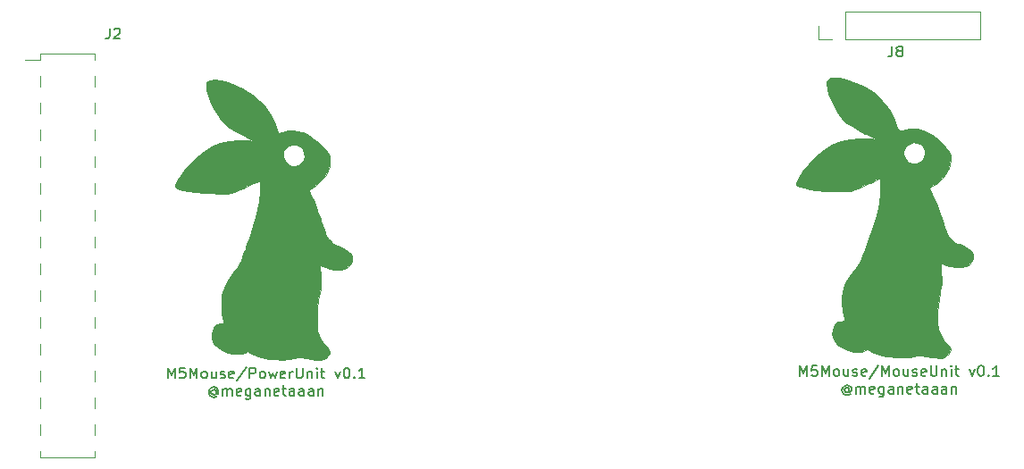
<source format=gbr>
%TF.GenerationSoftware,KiCad,Pcbnew,5.1.6-c6e7f7d~87~ubuntu18.04.1*%
%TF.CreationDate,2020-09-01T11:59:09+09:00*%
%TF.ProjectId,m5mouse,6d356d6f-7573-4652-9e6b-696361645f70,rev?*%
%TF.SameCoordinates,PX4c4b400PY8583b00*%
%TF.FileFunction,Legend,Top*%
%TF.FilePolarity,Positive*%
%FSLAX46Y46*%
G04 Gerber Fmt 4.6, Leading zero omitted, Abs format (unit mm)*
G04 Created by KiCad (PCBNEW 5.1.6-c6e7f7d~87~ubuntu18.04.1) date 2020-09-01 11:59:09*
%MOMM*%
%LPD*%
G01*
G04 APERTURE LIST*
%ADD10C,0.150000*%
%ADD11C,0.100000*%
%ADD12C,0.120000*%
G04 APERTURE END LIST*
D10*
X15690476Y13372620D02*
X15690476Y14372620D01*
X16023809Y13658334D01*
X16357142Y14372620D01*
X16357142Y13372620D01*
X17309523Y14372620D02*
X16833333Y14372620D01*
X16785714Y13896429D01*
X16833333Y13944048D01*
X16928571Y13991667D01*
X17166666Y13991667D01*
X17261904Y13944048D01*
X17309523Y13896429D01*
X17357142Y13801191D01*
X17357142Y13563096D01*
X17309523Y13467858D01*
X17261904Y13420239D01*
X17166666Y13372620D01*
X16928571Y13372620D01*
X16833333Y13420239D01*
X16785714Y13467858D01*
X17785714Y13372620D02*
X17785714Y14372620D01*
X18119047Y13658334D01*
X18452380Y14372620D01*
X18452380Y13372620D01*
X19071428Y13372620D02*
X18976190Y13420239D01*
X18928571Y13467858D01*
X18880952Y13563096D01*
X18880952Y13848810D01*
X18928571Y13944048D01*
X18976190Y13991667D01*
X19071428Y14039286D01*
X19214285Y14039286D01*
X19309523Y13991667D01*
X19357142Y13944048D01*
X19404761Y13848810D01*
X19404761Y13563096D01*
X19357142Y13467858D01*
X19309523Y13420239D01*
X19214285Y13372620D01*
X19071428Y13372620D01*
X20261904Y14039286D02*
X20261904Y13372620D01*
X19833333Y14039286D02*
X19833333Y13515477D01*
X19880952Y13420239D01*
X19976190Y13372620D01*
X20119047Y13372620D01*
X20214285Y13420239D01*
X20261904Y13467858D01*
X20690476Y13420239D02*
X20785714Y13372620D01*
X20976190Y13372620D01*
X21071428Y13420239D01*
X21119047Y13515477D01*
X21119047Y13563096D01*
X21071428Y13658334D01*
X20976190Y13705953D01*
X20833333Y13705953D01*
X20738095Y13753572D01*
X20690476Y13848810D01*
X20690476Y13896429D01*
X20738095Y13991667D01*
X20833333Y14039286D01*
X20976190Y14039286D01*
X21071428Y13991667D01*
X21928571Y13420239D02*
X21833333Y13372620D01*
X21642857Y13372620D01*
X21547619Y13420239D01*
X21500000Y13515477D01*
X21500000Y13896429D01*
X21547619Y13991667D01*
X21642857Y14039286D01*
X21833333Y14039286D01*
X21928571Y13991667D01*
X21976190Y13896429D01*
X21976190Y13801191D01*
X21500000Y13705953D01*
X23119047Y14420239D02*
X22261904Y13134524D01*
X23452380Y13372620D02*
X23452380Y14372620D01*
X23833333Y14372620D01*
X23928571Y14325000D01*
X23976190Y14277381D01*
X24023809Y14182143D01*
X24023809Y14039286D01*
X23976190Y13944048D01*
X23928571Y13896429D01*
X23833333Y13848810D01*
X23452380Y13848810D01*
X24595238Y13372620D02*
X24500000Y13420239D01*
X24452380Y13467858D01*
X24404761Y13563096D01*
X24404761Y13848810D01*
X24452380Y13944048D01*
X24500000Y13991667D01*
X24595238Y14039286D01*
X24738095Y14039286D01*
X24833333Y13991667D01*
X24880952Y13944048D01*
X24928571Y13848810D01*
X24928571Y13563096D01*
X24880952Y13467858D01*
X24833333Y13420239D01*
X24738095Y13372620D01*
X24595238Y13372620D01*
X25261904Y14039286D02*
X25452380Y13372620D01*
X25642857Y13848810D01*
X25833333Y13372620D01*
X26023809Y14039286D01*
X26785714Y13420239D02*
X26690476Y13372620D01*
X26500000Y13372620D01*
X26404761Y13420239D01*
X26357142Y13515477D01*
X26357142Y13896429D01*
X26404761Y13991667D01*
X26500000Y14039286D01*
X26690476Y14039286D01*
X26785714Y13991667D01*
X26833333Y13896429D01*
X26833333Y13801191D01*
X26357142Y13705953D01*
X27261904Y13372620D02*
X27261904Y14039286D01*
X27261904Y13848810D02*
X27309523Y13944048D01*
X27357142Y13991667D01*
X27452380Y14039286D01*
X27547619Y14039286D01*
X27880952Y14372620D02*
X27880952Y13563096D01*
X27928571Y13467858D01*
X27976190Y13420239D01*
X28071428Y13372620D01*
X28261904Y13372620D01*
X28357142Y13420239D01*
X28404761Y13467858D01*
X28452380Y13563096D01*
X28452380Y14372620D01*
X28928571Y14039286D02*
X28928571Y13372620D01*
X28928571Y13944048D02*
X28976190Y13991667D01*
X29071428Y14039286D01*
X29214285Y14039286D01*
X29309523Y13991667D01*
X29357142Y13896429D01*
X29357142Y13372620D01*
X29833333Y13372620D02*
X29833333Y14039286D01*
X29833333Y14372620D02*
X29785714Y14325000D01*
X29833333Y14277381D01*
X29880952Y14325000D01*
X29833333Y14372620D01*
X29833333Y14277381D01*
X30166666Y14039286D02*
X30547619Y14039286D01*
X30309523Y14372620D02*
X30309523Y13515477D01*
X30357142Y13420239D01*
X30452380Y13372620D01*
X30547619Y13372620D01*
X31547619Y14039286D02*
X31785714Y13372620D01*
X32023809Y14039286D01*
X32595238Y14372620D02*
X32690476Y14372620D01*
X32785714Y14325000D01*
X32833333Y14277381D01*
X32880952Y14182143D01*
X32928571Y13991667D01*
X32928571Y13753572D01*
X32880952Y13563096D01*
X32833333Y13467858D01*
X32785714Y13420239D01*
X32690476Y13372620D01*
X32595238Y13372620D01*
X32500000Y13420239D01*
X32452380Y13467858D01*
X32404761Y13563096D01*
X32357142Y13753572D01*
X32357142Y13991667D01*
X32404761Y14182143D01*
X32452380Y14277381D01*
X32500000Y14325000D01*
X32595238Y14372620D01*
X33357142Y13467858D02*
X33404761Y13420239D01*
X33357142Y13372620D01*
X33309523Y13420239D01*
X33357142Y13467858D01*
X33357142Y13372620D01*
X34357142Y13372620D02*
X33785714Y13372620D01*
X34071428Y13372620D02*
X34071428Y14372620D01*
X33976190Y14229762D01*
X33880952Y14134524D01*
X33785714Y14086905D01*
X20238095Y12198810D02*
X20190476Y12246429D01*
X20095238Y12294048D01*
X20000000Y12294048D01*
X19904761Y12246429D01*
X19857142Y12198810D01*
X19809523Y12103572D01*
X19809523Y12008334D01*
X19857142Y11913096D01*
X19904761Y11865477D01*
X20000000Y11817858D01*
X20095238Y11817858D01*
X20190476Y11865477D01*
X20238095Y11913096D01*
X20238095Y12294048D02*
X20238095Y11913096D01*
X20285714Y11865477D01*
X20333333Y11865477D01*
X20428571Y11913096D01*
X20476190Y12008334D01*
X20476190Y12246429D01*
X20380952Y12389286D01*
X20238095Y12484524D01*
X20047619Y12532143D01*
X19857142Y12484524D01*
X19714285Y12389286D01*
X19619047Y12246429D01*
X19571428Y12055953D01*
X19619047Y11865477D01*
X19714285Y11722620D01*
X19857142Y11627381D01*
X20047619Y11579762D01*
X20238095Y11627381D01*
X20380952Y11722620D01*
X20904761Y11722620D02*
X20904761Y12389286D01*
X20904761Y12294048D02*
X20952380Y12341667D01*
X21047619Y12389286D01*
X21190476Y12389286D01*
X21285714Y12341667D01*
X21333333Y12246429D01*
X21333333Y11722620D01*
X21333333Y12246429D02*
X21380952Y12341667D01*
X21476190Y12389286D01*
X21619047Y12389286D01*
X21714285Y12341667D01*
X21761904Y12246429D01*
X21761904Y11722620D01*
X22619047Y11770239D02*
X22523809Y11722620D01*
X22333333Y11722620D01*
X22238095Y11770239D01*
X22190476Y11865477D01*
X22190476Y12246429D01*
X22238095Y12341667D01*
X22333333Y12389286D01*
X22523809Y12389286D01*
X22619047Y12341667D01*
X22666666Y12246429D01*
X22666666Y12151191D01*
X22190476Y12055953D01*
X23523809Y12389286D02*
X23523809Y11579762D01*
X23476190Y11484524D01*
X23428571Y11436905D01*
X23333333Y11389286D01*
X23190476Y11389286D01*
X23095238Y11436905D01*
X23523809Y11770239D02*
X23428571Y11722620D01*
X23238095Y11722620D01*
X23142857Y11770239D01*
X23095238Y11817858D01*
X23047619Y11913096D01*
X23047619Y12198810D01*
X23095238Y12294048D01*
X23142857Y12341667D01*
X23238095Y12389286D01*
X23428571Y12389286D01*
X23523809Y12341667D01*
X24428571Y11722620D02*
X24428571Y12246429D01*
X24380952Y12341667D01*
X24285714Y12389286D01*
X24095238Y12389286D01*
X24000000Y12341667D01*
X24428571Y11770239D02*
X24333333Y11722620D01*
X24095238Y11722620D01*
X24000000Y11770239D01*
X23952380Y11865477D01*
X23952380Y11960715D01*
X24000000Y12055953D01*
X24095238Y12103572D01*
X24333333Y12103572D01*
X24428571Y12151191D01*
X24904761Y12389286D02*
X24904761Y11722620D01*
X24904761Y12294048D02*
X24952380Y12341667D01*
X25047619Y12389286D01*
X25190476Y12389286D01*
X25285714Y12341667D01*
X25333333Y12246429D01*
X25333333Y11722620D01*
X26190476Y11770239D02*
X26095238Y11722620D01*
X25904761Y11722620D01*
X25809523Y11770239D01*
X25761904Y11865477D01*
X25761904Y12246429D01*
X25809523Y12341667D01*
X25904761Y12389286D01*
X26095238Y12389286D01*
X26190476Y12341667D01*
X26238095Y12246429D01*
X26238095Y12151191D01*
X25761904Y12055953D01*
X26523809Y12389286D02*
X26904761Y12389286D01*
X26666666Y12722620D02*
X26666666Y11865477D01*
X26714285Y11770239D01*
X26809523Y11722620D01*
X26904761Y11722620D01*
X27666666Y11722620D02*
X27666666Y12246429D01*
X27619047Y12341667D01*
X27523809Y12389286D01*
X27333333Y12389286D01*
X27238095Y12341667D01*
X27666666Y11770239D02*
X27571428Y11722620D01*
X27333333Y11722620D01*
X27238095Y11770239D01*
X27190476Y11865477D01*
X27190476Y11960715D01*
X27238095Y12055953D01*
X27333333Y12103572D01*
X27571428Y12103572D01*
X27666666Y12151191D01*
X28571428Y11722620D02*
X28571428Y12246429D01*
X28523809Y12341667D01*
X28428571Y12389286D01*
X28238095Y12389286D01*
X28142857Y12341667D01*
X28571428Y11770239D02*
X28476190Y11722620D01*
X28238095Y11722620D01*
X28142857Y11770239D01*
X28095238Y11865477D01*
X28095238Y11960715D01*
X28142857Y12055953D01*
X28238095Y12103572D01*
X28476190Y12103572D01*
X28571428Y12151191D01*
X29476190Y11722620D02*
X29476190Y12246429D01*
X29428571Y12341667D01*
X29333333Y12389286D01*
X29142857Y12389286D01*
X29047619Y12341667D01*
X29476190Y11770239D02*
X29380952Y11722620D01*
X29142857Y11722620D01*
X29047619Y11770239D01*
X29000000Y11865477D01*
X29000000Y11960715D01*
X29047619Y12055953D01*
X29142857Y12103572D01*
X29380952Y12103572D01*
X29476190Y12151191D01*
X29952380Y12389286D02*
X29952380Y11722620D01*
X29952380Y12294048D02*
X30000000Y12341667D01*
X30095238Y12389286D01*
X30238095Y12389286D01*
X30333333Y12341667D01*
X30380952Y12246429D01*
X30380952Y11722620D01*
X75595238Y13572620D02*
X75595238Y14572620D01*
X75928571Y13858334D01*
X76261904Y14572620D01*
X76261904Y13572620D01*
X77214285Y14572620D02*
X76738095Y14572620D01*
X76690476Y14096429D01*
X76738095Y14144048D01*
X76833333Y14191667D01*
X77071428Y14191667D01*
X77166666Y14144048D01*
X77214285Y14096429D01*
X77261904Y14001191D01*
X77261904Y13763096D01*
X77214285Y13667858D01*
X77166666Y13620239D01*
X77071428Y13572620D01*
X76833333Y13572620D01*
X76738095Y13620239D01*
X76690476Y13667858D01*
X77690476Y13572620D02*
X77690476Y14572620D01*
X78023809Y13858334D01*
X78357142Y14572620D01*
X78357142Y13572620D01*
X78976190Y13572620D02*
X78880952Y13620239D01*
X78833333Y13667858D01*
X78785714Y13763096D01*
X78785714Y14048810D01*
X78833333Y14144048D01*
X78880952Y14191667D01*
X78976190Y14239286D01*
X79119047Y14239286D01*
X79214285Y14191667D01*
X79261904Y14144048D01*
X79309523Y14048810D01*
X79309523Y13763096D01*
X79261904Y13667858D01*
X79214285Y13620239D01*
X79119047Y13572620D01*
X78976190Y13572620D01*
X80166666Y14239286D02*
X80166666Y13572620D01*
X79738095Y14239286D02*
X79738095Y13715477D01*
X79785714Y13620239D01*
X79880952Y13572620D01*
X80023809Y13572620D01*
X80119047Y13620239D01*
X80166666Y13667858D01*
X80595238Y13620239D02*
X80690476Y13572620D01*
X80880952Y13572620D01*
X80976190Y13620239D01*
X81023809Y13715477D01*
X81023809Y13763096D01*
X80976190Y13858334D01*
X80880952Y13905953D01*
X80738095Y13905953D01*
X80642857Y13953572D01*
X80595238Y14048810D01*
X80595238Y14096429D01*
X80642857Y14191667D01*
X80738095Y14239286D01*
X80880952Y14239286D01*
X80976190Y14191667D01*
X81833333Y13620239D02*
X81738095Y13572620D01*
X81547619Y13572620D01*
X81452380Y13620239D01*
X81404761Y13715477D01*
X81404761Y14096429D01*
X81452380Y14191667D01*
X81547619Y14239286D01*
X81738095Y14239286D01*
X81833333Y14191667D01*
X81880952Y14096429D01*
X81880952Y14001191D01*
X81404761Y13905953D01*
X83023809Y14620239D02*
X82166666Y13334524D01*
X83357142Y13572620D02*
X83357142Y14572620D01*
X83690476Y13858334D01*
X84023809Y14572620D01*
X84023809Y13572620D01*
X84642857Y13572620D02*
X84547619Y13620239D01*
X84500000Y13667858D01*
X84452380Y13763096D01*
X84452380Y14048810D01*
X84500000Y14144048D01*
X84547619Y14191667D01*
X84642857Y14239286D01*
X84785714Y14239286D01*
X84880952Y14191667D01*
X84928571Y14144048D01*
X84976190Y14048810D01*
X84976190Y13763096D01*
X84928571Y13667858D01*
X84880952Y13620239D01*
X84785714Y13572620D01*
X84642857Y13572620D01*
X85833333Y14239286D02*
X85833333Y13572620D01*
X85404761Y14239286D02*
X85404761Y13715477D01*
X85452380Y13620239D01*
X85547619Y13572620D01*
X85690476Y13572620D01*
X85785714Y13620239D01*
X85833333Y13667858D01*
X86261904Y13620239D02*
X86357142Y13572620D01*
X86547619Y13572620D01*
X86642857Y13620239D01*
X86690476Y13715477D01*
X86690476Y13763096D01*
X86642857Y13858334D01*
X86547619Y13905953D01*
X86404761Y13905953D01*
X86309523Y13953572D01*
X86261904Y14048810D01*
X86261904Y14096429D01*
X86309523Y14191667D01*
X86404761Y14239286D01*
X86547619Y14239286D01*
X86642857Y14191667D01*
X87500000Y13620239D02*
X87404761Y13572620D01*
X87214285Y13572620D01*
X87119047Y13620239D01*
X87071428Y13715477D01*
X87071428Y14096429D01*
X87119047Y14191667D01*
X87214285Y14239286D01*
X87404761Y14239286D01*
X87500000Y14191667D01*
X87547619Y14096429D01*
X87547619Y14001191D01*
X87071428Y13905953D01*
X87976190Y14572620D02*
X87976190Y13763096D01*
X88023809Y13667858D01*
X88071428Y13620239D01*
X88166666Y13572620D01*
X88357142Y13572620D01*
X88452380Y13620239D01*
X88500000Y13667858D01*
X88547619Y13763096D01*
X88547619Y14572620D01*
X89023809Y14239286D02*
X89023809Y13572620D01*
X89023809Y14144048D02*
X89071428Y14191667D01*
X89166666Y14239286D01*
X89309523Y14239286D01*
X89404761Y14191667D01*
X89452380Y14096429D01*
X89452380Y13572620D01*
X89928571Y13572620D02*
X89928571Y14239286D01*
X89928571Y14572620D02*
X89880952Y14525000D01*
X89928571Y14477381D01*
X89976190Y14525000D01*
X89928571Y14572620D01*
X89928571Y14477381D01*
X90261904Y14239286D02*
X90642857Y14239286D01*
X90404761Y14572620D02*
X90404761Y13715477D01*
X90452380Y13620239D01*
X90547619Y13572620D01*
X90642857Y13572620D01*
X91642857Y14239286D02*
X91880952Y13572620D01*
X92119047Y14239286D01*
X92690476Y14572620D02*
X92785714Y14572620D01*
X92880952Y14525000D01*
X92928571Y14477381D01*
X92976190Y14382143D01*
X93023809Y14191667D01*
X93023809Y13953572D01*
X92976190Y13763096D01*
X92928571Y13667858D01*
X92880952Y13620239D01*
X92785714Y13572620D01*
X92690476Y13572620D01*
X92595238Y13620239D01*
X92547619Y13667858D01*
X92500000Y13763096D01*
X92452380Y13953572D01*
X92452380Y14191667D01*
X92500000Y14382143D01*
X92547619Y14477381D01*
X92595238Y14525000D01*
X92690476Y14572620D01*
X93452380Y13667858D02*
X93500000Y13620239D01*
X93452380Y13572620D01*
X93404761Y13620239D01*
X93452380Y13667858D01*
X93452380Y13572620D01*
X94452380Y13572620D02*
X93880952Y13572620D01*
X94166666Y13572620D02*
X94166666Y14572620D01*
X94071428Y14429762D01*
X93976190Y14334524D01*
X93880952Y14286905D01*
X80238095Y12398810D02*
X80190476Y12446429D01*
X80095238Y12494048D01*
X80000000Y12494048D01*
X79904761Y12446429D01*
X79857142Y12398810D01*
X79809523Y12303572D01*
X79809523Y12208334D01*
X79857142Y12113096D01*
X79904761Y12065477D01*
X80000000Y12017858D01*
X80095238Y12017858D01*
X80190476Y12065477D01*
X80238095Y12113096D01*
X80238095Y12494048D02*
X80238095Y12113096D01*
X80285714Y12065477D01*
X80333333Y12065477D01*
X80428571Y12113096D01*
X80476190Y12208334D01*
X80476190Y12446429D01*
X80380952Y12589286D01*
X80238095Y12684524D01*
X80047619Y12732143D01*
X79857142Y12684524D01*
X79714285Y12589286D01*
X79619047Y12446429D01*
X79571428Y12255953D01*
X79619047Y12065477D01*
X79714285Y11922620D01*
X79857142Y11827381D01*
X80047619Y11779762D01*
X80238095Y11827381D01*
X80380952Y11922620D01*
X80904761Y11922620D02*
X80904761Y12589286D01*
X80904761Y12494048D02*
X80952380Y12541667D01*
X81047619Y12589286D01*
X81190476Y12589286D01*
X81285714Y12541667D01*
X81333333Y12446429D01*
X81333333Y11922620D01*
X81333333Y12446429D02*
X81380952Y12541667D01*
X81476190Y12589286D01*
X81619047Y12589286D01*
X81714285Y12541667D01*
X81761904Y12446429D01*
X81761904Y11922620D01*
X82619047Y11970239D02*
X82523809Y11922620D01*
X82333333Y11922620D01*
X82238095Y11970239D01*
X82190476Y12065477D01*
X82190476Y12446429D01*
X82238095Y12541667D01*
X82333333Y12589286D01*
X82523809Y12589286D01*
X82619047Y12541667D01*
X82666666Y12446429D01*
X82666666Y12351191D01*
X82190476Y12255953D01*
X83523809Y12589286D02*
X83523809Y11779762D01*
X83476190Y11684524D01*
X83428571Y11636905D01*
X83333333Y11589286D01*
X83190476Y11589286D01*
X83095238Y11636905D01*
X83523809Y11970239D02*
X83428571Y11922620D01*
X83238095Y11922620D01*
X83142857Y11970239D01*
X83095238Y12017858D01*
X83047619Y12113096D01*
X83047619Y12398810D01*
X83095238Y12494048D01*
X83142857Y12541667D01*
X83238095Y12589286D01*
X83428571Y12589286D01*
X83523809Y12541667D01*
X84428571Y11922620D02*
X84428571Y12446429D01*
X84380952Y12541667D01*
X84285714Y12589286D01*
X84095238Y12589286D01*
X84000000Y12541667D01*
X84428571Y11970239D02*
X84333333Y11922620D01*
X84095238Y11922620D01*
X84000000Y11970239D01*
X83952380Y12065477D01*
X83952380Y12160715D01*
X84000000Y12255953D01*
X84095238Y12303572D01*
X84333333Y12303572D01*
X84428571Y12351191D01*
X84904761Y12589286D02*
X84904761Y11922620D01*
X84904761Y12494048D02*
X84952380Y12541667D01*
X85047619Y12589286D01*
X85190476Y12589286D01*
X85285714Y12541667D01*
X85333333Y12446429D01*
X85333333Y11922620D01*
X86190476Y11970239D02*
X86095238Y11922620D01*
X85904761Y11922620D01*
X85809523Y11970239D01*
X85761904Y12065477D01*
X85761904Y12446429D01*
X85809523Y12541667D01*
X85904761Y12589286D01*
X86095238Y12589286D01*
X86190476Y12541667D01*
X86238095Y12446429D01*
X86238095Y12351191D01*
X85761904Y12255953D01*
X86523809Y12589286D02*
X86904761Y12589286D01*
X86666666Y12922620D02*
X86666666Y12065477D01*
X86714285Y11970239D01*
X86809523Y11922620D01*
X86904761Y11922620D01*
X87666666Y11922620D02*
X87666666Y12446429D01*
X87619047Y12541667D01*
X87523809Y12589286D01*
X87333333Y12589286D01*
X87238095Y12541667D01*
X87666666Y11970239D02*
X87571428Y11922620D01*
X87333333Y11922620D01*
X87238095Y11970239D01*
X87190476Y12065477D01*
X87190476Y12160715D01*
X87238095Y12255953D01*
X87333333Y12303572D01*
X87571428Y12303572D01*
X87666666Y12351191D01*
X88571428Y11922620D02*
X88571428Y12446429D01*
X88523809Y12541667D01*
X88428571Y12589286D01*
X88238095Y12589286D01*
X88142857Y12541667D01*
X88571428Y11970239D02*
X88476190Y11922620D01*
X88238095Y11922620D01*
X88142857Y11970239D01*
X88095238Y12065477D01*
X88095238Y12160715D01*
X88142857Y12255953D01*
X88238095Y12303572D01*
X88476190Y12303572D01*
X88571428Y12351191D01*
X89476190Y11922620D02*
X89476190Y12446429D01*
X89428571Y12541667D01*
X89333333Y12589286D01*
X89142857Y12589286D01*
X89047619Y12541667D01*
X89476190Y11970239D02*
X89380952Y11922620D01*
X89142857Y11922620D01*
X89047619Y11970239D01*
X89000000Y12065477D01*
X89000000Y12160715D01*
X89047619Y12255953D01*
X89142857Y12303572D01*
X89380952Y12303572D01*
X89476190Y12351191D01*
X89952380Y12589286D02*
X89952380Y11922620D01*
X89952380Y12494048D02*
X90000000Y12541667D01*
X90095238Y12589286D01*
X90238095Y12589286D01*
X90333333Y12541667D01*
X90380952Y12446429D01*
X90380952Y11922620D01*
D11*
%TO.C,G\u002A\u002A\u002A*%
G36*
X33158570Y24567629D02*
G01*
X33040795Y24237233D01*
X32810205Y23957236D01*
X32481124Y23766558D01*
X32459238Y23759032D01*
X32059148Y23685875D01*
X31573894Y23685905D01*
X31068573Y23754231D01*
X30608280Y23885962D01*
X30570921Y23900911D01*
X30118842Y24087069D01*
X30174849Y23089701D01*
X30195910Y22599871D01*
X30192825Y22212166D01*
X30161018Y21860511D01*
X30095915Y21478835D01*
X30047191Y21245666D01*
X29946836Y20686619D01*
X29871874Y20073630D01*
X29824452Y19449365D01*
X29806715Y18856488D01*
X29820809Y18337662D01*
X29868880Y17935554D01*
X29878469Y17890891D01*
X30102723Y17253624D01*
X30469479Y16692419D01*
X30719715Y16423650D01*
X30962941Y16143030D01*
X31053470Y15900170D01*
X30993076Y15663459D01*
X30783535Y15401288D01*
X30777467Y15395200D01*
X30594459Y15229490D01*
X30427210Y15143295D01*
X30206555Y15111185D01*
X29994300Y15107267D01*
X29662451Y15125035D01*
X29249679Y15171917D01*
X28839877Y15238181D01*
X28801396Y15245676D01*
X28634246Y15276699D01*
X28634246Y34430790D01*
X28599180Y34775825D01*
X28453456Y35094673D01*
X28200116Y35351644D01*
X27882724Y35500486D01*
X27528931Y35518771D01*
X27177902Y35402283D01*
X26875808Y35179927D01*
X26668815Y34880606D01*
X26614533Y34706523D01*
X26625886Y34348851D01*
X26768439Y33997226D01*
X27013559Y33713611D01*
X27102072Y33651504D01*
X27426759Y33507988D01*
X27744164Y33501139D01*
X28045080Y33595449D01*
X28360237Y33804913D01*
X28555612Y34095257D01*
X28634246Y34430790D01*
X28634246Y15276699D01*
X28443344Y15312130D01*
X28189427Y15340621D01*
X27978756Y15331152D01*
X27750446Y15283726D01*
X27610508Y15245742D01*
X27103238Y15152639D01*
X26493735Y15118334D01*
X25838318Y15142164D01*
X25193305Y15223465D01*
X24927000Y15277345D01*
X24290494Y15439614D01*
X23800944Y15599223D01*
X23466959Y15753119D01*
X23350863Y15835872D01*
X23235088Y15915981D01*
X23118456Y15900639D01*
X22969246Y15812476D01*
X22664162Y15696046D01*
X22259593Y15658115D01*
X21804881Y15696409D01*
X21349366Y15808653D01*
X21124037Y15897554D01*
X20665871Y16128065D01*
X20340569Y16346982D01*
X20115958Y16580621D01*
X19963672Y16846628D01*
X19869119Y17107721D01*
X19847859Y17346474D01*
X19887919Y17639875D01*
X19995849Y18067624D01*
X20141188Y18350373D01*
X20345340Y18511696D01*
X20629712Y18575170D01*
X20740309Y18578666D01*
X20922349Y18593323D01*
X20976759Y18661085D01*
X20958101Y18769166D01*
X20809384Y19525846D01*
X20748124Y20335066D01*
X20756345Y20786757D01*
X20809014Y21274284D01*
X20918231Y21721525D01*
X21099720Y22164689D01*
X21369200Y22639989D01*
X21742395Y23183635D01*
X21874578Y23362333D01*
X22098055Y23659902D01*
X22268623Y23892066D01*
X22401474Y24089154D01*
X22511805Y24281491D01*
X22614811Y24499404D01*
X22725686Y24773219D01*
X22859626Y25133265D01*
X23031826Y25609866D01*
X23111848Y25831701D01*
X23476808Y26870507D01*
X23785154Y27808088D01*
X24032575Y28630357D01*
X24214762Y29323225D01*
X24299009Y29712333D01*
X24340161Y29996933D01*
X24373872Y30360188D01*
X24398963Y30764223D01*
X24414254Y31171163D01*
X24418565Y31543132D01*
X24410717Y31842255D01*
X24389532Y32030657D01*
X24372507Y32072652D01*
X24283211Y32055603D01*
X24073301Y31975050D01*
X23773344Y31843758D01*
X23413910Y31674492D01*
X23383118Y31659505D01*
X22811140Y31384429D01*
X22351256Y31178577D01*
X21965279Y31033140D01*
X21615020Y30939311D01*
X21262292Y30888283D01*
X20868906Y30871247D01*
X20396674Y30879396D01*
X20058667Y30892751D01*
X19152402Y30943936D01*
X18359409Y31013187D01*
X17688960Y31098767D01*
X17150329Y31198944D01*
X16752787Y31311983D01*
X16505608Y31436152D01*
X16418064Y31569715D01*
X16418000Y31573494D01*
X16477577Y31828697D01*
X16644148Y32172366D01*
X16899478Y32578990D01*
X17225328Y33023057D01*
X17603461Y33479058D01*
X18015640Y33921480D01*
X18278683Y34176284D01*
X19054118Y34821157D01*
X19829308Y35308710D01*
X20629203Y35649069D01*
X21478756Y35852362D01*
X22402918Y35928716D01*
X22598667Y35929647D01*
X22980395Y35918005D01*
X23358441Y35891872D01*
X23636645Y35858919D01*
X23864763Y35824708D01*
X24000095Y35810934D01*
X24017645Y35814334D01*
X23938089Y35858146D01*
X23735509Y35962966D01*
X23438409Y36114213D01*
X23075291Y36297307D01*
X22979667Y36345281D01*
X22334533Y36676930D01*
X21822674Y36961607D01*
X21420441Y37215966D01*
X21104185Y37456659D01*
X20850254Y37700340D01*
X20634999Y37963660D01*
X20588087Y38029308D01*
X20260725Y38541382D01*
X19963471Y39088835D01*
X19707907Y39641911D01*
X19505612Y40170858D01*
X19368165Y40645924D01*
X19307146Y41037354D01*
X19323270Y41279137D01*
X19459720Y41504249D01*
X19724121Y41636227D01*
X20103985Y41676541D01*
X20586821Y41626660D01*
X21160140Y41488054D01*
X21811453Y41262193D01*
X22528268Y40950547D01*
X22661547Y40886305D01*
X23177296Y40619152D01*
X23586769Y40367650D01*
X23944815Y40095372D01*
X24210602Y39857497D01*
X24739602Y39298383D01*
X25204206Y38689461D01*
X25583735Y38064652D01*
X25857511Y37457878D01*
X26002555Y36918075D01*
X26078933Y36731465D01*
X26245693Y36647189D01*
X26521696Y36661129D01*
X26826675Y36738054D01*
X27139947Y36822277D01*
X27391122Y36852235D01*
X27664197Y36832049D01*
X27908722Y36791145D01*
X28467467Y36652467D01*
X28966164Y36442846D01*
X29447392Y36138604D01*
X29953728Y35716061D01*
X30115874Y35563665D01*
X30411698Y35269804D01*
X30670012Y34995084D01*
X30860329Y34773041D01*
X30945999Y34650510D01*
X31045298Y34314471D01*
X31063453Y33891088D01*
X31003652Y33439859D01*
X30869086Y33020279D01*
X30857228Y32994230D01*
X30589256Y32546486D01*
X30219107Y32097421D01*
X29800070Y31705223D01*
X29459580Y31468137D01*
X29239471Y31341981D01*
X29090337Y31256032D01*
X29053608Y31234485D01*
X29078104Y31157334D01*
X29161623Y30959864D01*
X29290054Y30674481D01*
X29406510Y30424052D01*
X29571878Y30046540D01*
X29765950Y29562243D01*
X29967578Y29026206D01*
X30155612Y28493472D01*
X30205792Y28343788D01*
X30360488Y27884556D01*
X30507469Y27464194D01*
X30634236Y27117305D01*
X30728291Y26878491D01*
X30760837Y26807120D01*
X30889019Y26623546D01*
X31086101Y26407162D01*
X31310232Y26196634D01*
X31519559Y26030630D01*
X31672229Y25947816D01*
X31694407Y25944600D01*
X31872337Y25899588D01*
X32136121Y25783632D01*
X32434453Y25625088D01*
X32716024Y25452310D01*
X32929529Y25293654D01*
X32998378Y25223934D01*
X33149206Y24909503D01*
X33158570Y24567629D01*
G37*
X33158570Y24567629D02*
X33040795Y24237233D01*
X32810205Y23957236D01*
X32481124Y23766558D01*
X32459238Y23759032D01*
X32059148Y23685875D01*
X31573894Y23685905D01*
X31068573Y23754231D01*
X30608280Y23885962D01*
X30570921Y23900911D01*
X30118842Y24087069D01*
X30174849Y23089701D01*
X30195910Y22599871D01*
X30192825Y22212166D01*
X30161018Y21860511D01*
X30095915Y21478835D01*
X30047191Y21245666D01*
X29946836Y20686619D01*
X29871874Y20073630D01*
X29824452Y19449365D01*
X29806715Y18856488D01*
X29820809Y18337662D01*
X29868880Y17935554D01*
X29878469Y17890891D01*
X30102723Y17253624D01*
X30469479Y16692419D01*
X30719715Y16423650D01*
X30962941Y16143030D01*
X31053470Y15900170D01*
X30993076Y15663459D01*
X30783535Y15401288D01*
X30777467Y15395200D01*
X30594459Y15229490D01*
X30427210Y15143295D01*
X30206555Y15111185D01*
X29994300Y15107267D01*
X29662451Y15125035D01*
X29249679Y15171917D01*
X28839877Y15238181D01*
X28801396Y15245676D01*
X28634246Y15276699D01*
X28634246Y34430790D01*
X28599180Y34775825D01*
X28453456Y35094673D01*
X28200116Y35351644D01*
X27882724Y35500486D01*
X27528931Y35518771D01*
X27177902Y35402283D01*
X26875808Y35179927D01*
X26668815Y34880606D01*
X26614533Y34706523D01*
X26625886Y34348851D01*
X26768439Y33997226D01*
X27013559Y33713611D01*
X27102072Y33651504D01*
X27426759Y33507988D01*
X27744164Y33501139D01*
X28045080Y33595449D01*
X28360237Y33804913D01*
X28555612Y34095257D01*
X28634246Y34430790D01*
X28634246Y15276699D01*
X28443344Y15312130D01*
X28189427Y15340621D01*
X27978756Y15331152D01*
X27750446Y15283726D01*
X27610508Y15245742D01*
X27103238Y15152639D01*
X26493735Y15118334D01*
X25838318Y15142164D01*
X25193305Y15223465D01*
X24927000Y15277345D01*
X24290494Y15439614D01*
X23800944Y15599223D01*
X23466959Y15753119D01*
X23350863Y15835872D01*
X23235088Y15915981D01*
X23118456Y15900639D01*
X22969246Y15812476D01*
X22664162Y15696046D01*
X22259593Y15658115D01*
X21804881Y15696409D01*
X21349366Y15808653D01*
X21124037Y15897554D01*
X20665871Y16128065D01*
X20340569Y16346982D01*
X20115958Y16580621D01*
X19963672Y16846628D01*
X19869119Y17107721D01*
X19847859Y17346474D01*
X19887919Y17639875D01*
X19995849Y18067624D01*
X20141188Y18350373D01*
X20345340Y18511696D01*
X20629712Y18575170D01*
X20740309Y18578666D01*
X20922349Y18593323D01*
X20976759Y18661085D01*
X20958101Y18769166D01*
X20809384Y19525846D01*
X20748124Y20335066D01*
X20756345Y20786757D01*
X20809014Y21274284D01*
X20918231Y21721525D01*
X21099720Y22164689D01*
X21369200Y22639989D01*
X21742395Y23183635D01*
X21874578Y23362333D01*
X22098055Y23659902D01*
X22268623Y23892066D01*
X22401474Y24089154D01*
X22511805Y24281491D01*
X22614811Y24499404D01*
X22725686Y24773219D01*
X22859626Y25133265D01*
X23031826Y25609866D01*
X23111848Y25831701D01*
X23476808Y26870507D01*
X23785154Y27808088D01*
X24032575Y28630357D01*
X24214762Y29323225D01*
X24299009Y29712333D01*
X24340161Y29996933D01*
X24373872Y30360188D01*
X24398963Y30764223D01*
X24414254Y31171163D01*
X24418565Y31543132D01*
X24410717Y31842255D01*
X24389532Y32030657D01*
X24372507Y32072652D01*
X24283211Y32055603D01*
X24073301Y31975050D01*
X23773344Y31843758D01*
X23413910Y31674492D01*
X23383118Y31659505D01*
X22811140Y31384429D01*
X22351256Y31178577D01*
X21965279Y31033140D01*
X21615020Y30939311D01*
X21262292Y30888283D01*
X20868906Y30871247D01*
X20396674Y30879396D01*
X20058667Y30892751D01*
X19152402Y30943936D01*
X18359409Y31013187D01*
X17688960Y31098767D01*
X17150329Y31198944D01*
X16752787Y31311983D01*
X16505608Y31436152D01*
X16418064Y31569715D01*
X16418000Y31573494D01*
X16477577Y31828697D01*
X16644148Y32172366D01*
X16899478Y32578990D01*
X17225328Y33023057D01*
X17603461Y33479058D01*
X18015640Y33921480D01*
X18278683Y34176284D01*
X19054118Y34821157D01*
X19829308Y35308710D01*
X20629203Y35649069D01*
X21478756Y35852362D01*
X22402918Y35928716D01*
X22598667Y35929647D01*
X22980395Y35918005D01*
X23358441Y35891872D01*
X23636645Y35858919D01*
X23864763Y35824708D01*
X24000095Y35810934D01*
X24017645Y35814334D01*
X23938089Y35858146D01*
X23735509Y35962966D01*
X23438409Y36114213D01*
X23075291Y36297307D01*
X22979667Y36345281D01*
X22334533Y36676930D01*
X21822674Y36961607D01*
X21420441Y37215966D01*
X21104185Y37456659D01*
X20850254Y37700340D01*
X20634999Y37963660D01*
X20588087Y38029308D01*
X20260725Y38541382D01*
X19963471Y39088835D01*
X19707907Y39641911D01*
X19505612Y40170858D01*
X19368165Y40645924D01*
X19307146Y41037354D01*
X19323270Y41279137D01*
X19459720Y41504249D01*
X19724121Y41636227D01*
X20103985Y41676541D01*
X20586821Y41626660D01*
X21160140Y41488054D01*
X21811453Y41262193D01*
X22528268Y40950547D01*
X22661547Y40886305D01*
X23177296Y40619152D01*
X23586769Y40367650D01*
X23944815Y40095372D01*
X24210602Y39857497D01*
X24739602Y39298383D01*
X25204206Y38689461D01*
X25583735Y38064652D01*
X25857511Y37457878D01*
X26002555Y36918075D01*
X26078933Y36731465D01*
X26245693Y36647189D01*
X26521696Y36661129D01*
X26826675Y36738054D01*
X27139947Y36822277D01*
X27391122Y36852235D01*
X27664197Y36832049D01*
X27908722Y36791145D01*
X28467467Y36652467D01*
X28966164Y36442846D01*
X29447392Y36138604D01*
X29953728Y35716061D01*
X30115874Y35563665D01*
X30411698Y35269804D01*
X30670012Y34995084D01*
X30860329Y34773041D01*
X30945999Y34650510D01*
X31045298Y34314471D01*
X31063453Y33891088D01*
X31003652Y33439859D01*
X30869086Y33020279D01*
X30857228Y32994230D01*
X30589256Y32546486D01*
X30219107Y32097421D01*
X29800070Y31705223D01*
X29459580Y31468137D01*
X29239471Y31341981D01*
X29090337Y31256032D01*
X29053608Y31234485D01*
X29078104Y31157334D01*
X29161623Y30959864D01*
X29290054Y30674481D01*
X29406510Y30424052D01*
X29571878Y30046540D01*
X29765950Y29562243D01*
X29967578Y29026206D01*
X30155612Y28493472D01*
X30205792Y28343788D01*
X30360488Y27884556D01*
X30507469Y27464194D01*
X30634236Y27117305D01*
X30728291Y26878491D01*
X30760837Y26807120D01*
X30889019Y26623546D01*
X31086101Y26407162D01*
X31310232Y26196634D01*
X31519559Y26030630D01*
X31672229Y25947816D01*
X31694407Y25944600D01*
X31872337Y25899588D01*
X32136121Y25783632D01*
X32434453Y25625088D01*
X32716024Y25452310D01*
X32929529Y25293654D01*
X32998378Y25223934D01*
X33149206Y24909503D01*
X33158570Y24567629D01*
G36*
X91958570Y24767629D02*
G01*
X91840795Y24437233D01*
X91610205Y24157236D01*
X91281124Y23966558D01*
X91259238Y23959032D01*
X90859148Y23885875D01*
X90373894Y23885905D01*
X89868573Y23954231D01*
X89408280Y24085962D01*
X89370921Y24100911D01*
X88918842Y24287069D01*
X88974849Y23289701D01*
X88995910Y22799871D01*
X88992825Y22412166D01*
X88961018Y22060511D01*
X88895915Y21678835D01*
X88847191Y21445666D01*
X88746836Y20886619D01*
X88671874Y20273630D01*
X88624452Y19649365D01*
X88606715Y19056488D01*
X88620809Y18537662D01*
X88668880Y18135554D01*
X88678469Y18090891D01*
X88902723Y17453624D01*
X89269479Y16892419D01*
X89519715Y16623650D01*
X89762941Y16343030D01*
X89853470Y16100170D01*
X89793076Y15863459D01*
X89583535Y15601288D01*
X89577467Y15595200D01*
X89394459Y15429490D01*
X89227210Y15343295D01*
X89006555Y15311185D01*
X88794300Y15307267D01*
X88462451Y15325035D01*
X88049679Y15371917D01*
X87639877Y15438181D01*
X87601396Y15445676D01*
X87434246Y15476699D01*
X87434246Y34630790D01*
X87399180Y34975825D01*
X87253456Y35294673D01*
X87000116Y35551644D01*
X86682724Y35700486D01*
X86328931Y35718771D01*
X85977902Y35602283D01*
X85675808Y35379927D01*
X85468815Y35080606D01*
X85414533Y34906523D01*
X85425886Y34548851D01*
X85568439Y34197226D01*
X85813559Y33913611D01*
X85902072Y33851504D01*
X86226759Y33707988D01*
X86544164Y33701139D01*
X86845080Y33795449D01*
X87160237Y34004913D01*
X87355612Y34295257D01*
X87434246Y34630790D01*
X87434246Y15476699D01*
X87243344Y15512130D01*
X86989427Y15540621D01*
X86778756Y15531152D01*
X86550446Y15483726D01*
X86410508Y15445742D01*
X85903238Y15352639D01*
X85293735Y15318334D01*
X84638318Y15342164D01*
X83993305Y15423465D01*
X83727000Y15477345D01*
X83090494Y15639614D01*
X82600944Y15799223D01*
X82266959Y15953119D01*
X82150863Y16035872D01*
X82035088Y16115981D01*
X81918456Y16100639D01*
X81769246Y16012476D01*
X81464162Y15896046D01*
X81059593Y15858115D01*
X80604881Y15896409D01*
X80149366Y16008653D01*
X79924037Y16097554D01*
X79465871Y16328065D01*
X79140569Y16546982D01*
X78915958Y16780621D01*
X78763672Y17046628D01*
X78669119Y17307721D01*
X78647859Y17546474D01*
X78687919Y17839875D01*
X78795849Y18267624D01*
X78941188Y18550373D01*
X79145340Y18711696D01*
X79429712Y18775170D01*
X79540309Y18778666D01*
X79722349Y18793323D01*
X79776759Y18861085D01*
X79758101Y18969166D01*
X79609384Y19725846D01*
X79548124Y20535066D01*
X79556345Y20986757D01*
X79609014Y21474284D01*
X79718231Y21921525D01*
X79899720Y22364689D01*
X80169200Y22839989D01*
X80542395Y23383635D01*
X80674578Y23562333D01*
X80898055Y23859902D01*
X81068623Y24092066D01*
X81201474Y24289154D01*
X81311805Y24481491D01*
X81414811Y24699404D01*
X81525686Y24973219D01*
X81659626Y25333265D01*
X81831826Y25809866D01*
X81911848Y26031701D01*
X82276808Y27070507D01*
X82585154Y28008088D01*
X82832575Y28830357D01*
X83014762Y29523225D01*
X83099009Y29912333D01*
X83140161Y30196933D01*
X83173872Y30560188D01*
X83198963Y30964223D01*
X83214254Y31371163D01*
X83218565Y31743132D01*
X83210717Y32042255D01*
X83189532Y32230657D01*
X83172507Y32272652D01*
X83083211Y32255603D01*
X82873301Y32175050D01*
X82573344Y32043758D01*
X82213910Y31874492D01*
X82183118Y31859505D01*
X81611140Y31584429D01*
X81151256Y31378577D01*
X80765279Y31233140D01*
X80415020Y31139311D01*
X80062292Y31088283D01*
X79668906Y31071247D01*
X79196674Y31079396D01*
X78858667Y31092751D01*
X77952402Y31143936D01*
X77159409Y31213187D01*
X76488960Y31298767D01*
X75950329Y31398944D01*
X75552787Y31511983D01*
X75305608Y31636152D01*
X75218064Y31769715D01*
X75218000Y31773494D01*
X75277577Y32028697D01*
X75444148Y32372366D01*
X75699478Y32778990D01*
X76025328Y33223057D01*
X76403461Y33679058D01*
X76815640Y34121480D01*
X77078683Y34376284D01*
X77854118Y35021157D01*
X78629308Y35508710D01*
X79429203Y35849069D01*
X80278756Y36052362D01*
X81202918Y36128716D01*
X81398667Y36129647D01*
X81780395Y36118005D01*
X82158441Y36091872D01*
X82436645Y36058919D01*
X82664763Y36024708D01*
X82800095Y36010934D01*
X82817645Y36014334D01*
X82738089Y36058146D01*
X82535509Y36162966D01*
X82238409Y36314213D01*
X81875291Y36497307D01*
X81779667Y36545281D01*
X81134533Y36876930D01*
X80622674Y37161607D01*
X80220441Y37415966D01*
X79904185Y37656659D01*
X79650254Y37900340D01*
X79434999Y38163660D01*
X79388087Y38229308D01*
X79060725Y38741382D01*
X78763471Y39288835D01*
X78507907Y39841911D01*
X78305612Y40370858D01*
X78168165Y40845924D01*
X78107146Y41237354D01*
X78123270Y41479137D01*
X78259720Y41704249D01*
X78524121Y41836227D01*
X78903985Y41876541D01*
X79386821Y41826660D01*
X79960140Y41688054D01*
X80611453Y41462193D01*
X81328268Y41150547D01*
X81461547Y41086305D01*
X81977296Y40819152D01*
X82386769Y40567650D01*
X82744815Y40295372D01*
X83010602Y40057497D01*
X83539602Y39498383D01*
X84004206Y38889461D01*
X84383735Y38264652D01*
X84657511Y37657878D01*
X84802555Y37118075D01*
X84878933Y36931465D01*
X85045693Y36847189D01*
X85321696Y36861129D01*
X85626675Y36938054D01*
X85939947Y37022277D01*
X86191122Y37052235D01*
X86464197Y37032049D01*
X86708722Y36991145D01*
X87267467Y36852467D01*
X87766164Y36642846D01*
X88247392Y36338604D01*
X88753728Y35916061D01*
X88915874Y35763665D01*
X89211698Y35469804D01*
X89470012Y35195084D01*
X89660329Y34973041D01*
X89745999Y34850510D01*
X89845298Y34514471D01*
X89863453Y34091088D01*
X89803652Y33639859D01*
X89669086Y33220279D01*
X89657228Y33194230D01*
X89389256Y32746486D01*
X89019107Y32297421D01*
X88600070Y31905223D01*
X88259580Y31668137D01*
X88039471Y31541981D01*
X87890337Y31456032D01*
X87853608Y31434485D01*
X87878104Y31357334D01*
X87961623Y31159864D01*
X88090054Y30874481D01*
X88206510Y30624052D01*
X88371878Y30246540D01*
X88565950Y29762243D01*
X88767578Y29226206D01*
X88955612Y28693472D01*
X89005792Y28543788D01*
X89160488Y28084556D01*
X89307469Y27664194D01*
X89434236Y27317305D01*
X89528291Y27078491D01*
X89560837Y27007120D01*
X89689019Y26823546D01*
X89886101Y26607162D01*
X90110232Y26396634D01*
X90319559Y26230630D01*
X90472229Y26147816D01*
X90494407Y26144600D01*
X90672337Y26099588D01*
X90936121Y25983632D01*
X91234453Y25825088D01*
X91516024Y25652310D01*
X91729529Y25493654D01*
X91798378Y25423934D01*
X91949206Y25109503D01*
X91958570Y24767629D01*
G37*
X91958570Y24767629D02*
X91840795Y24437233D01*
X91610205Y24157236D01*
X91281124Y23966558D01*
X91259238Y23959032D01*
X90859148Y23885875D01*
X90373894Y23885905D01*
X89868573Y23954231D01*
X89408280Y24085962D01*
X89370921Y24100911D01*
X88918842Y24287069D01*
X88974849Y23289701D01*
X88995910Y22799871D01*
X88992825Y22412166D01*
X88961018Y22060511D01*
X88895915Y21678835D01*
X88847191Y21445666D01*
X88746836Y20886619D01*
X88671874Y20273630D01*
X88624452Y19649365D01*
X88606715Y19056488D01*
X88620809Y18537662D01*
X88668880Y18135554D01*
X88678469Y18090891D01*
X88902723Y17453624D01*
X89269479Y16892419D01*
X89519715Y16623650D01*
X89762941Y16343030D01*
X89853470Y16100170D01*
X89793076Y15863459D01*
X89583535Y15601288D01*
X89577467Y15595200D01*
X89394459Y15429490D01*
X89227210Y15343295D01*
X89006555Y15311185D01*
X88794300Y15307267D01*
X88462451Y15325035D01*
X88049679Y15371917D01*
X87639877Y15438181D01*
X87601396Y15445676D01*
X87434246Y15476699D01*
X87434246Y34630790D01*
X87399180Y34975825D01*
X87253456Y35294673D01*
X87000116Y35551644D01*
X86682724Y35700486D01*
X86328931Y35718771D01*
X85977902Y35602283D01*
X85675808Y35379927D01*
X85468815Y35080606D01*
X85414533Y34906523D01*
X85425886Y34548851D01*
X85568439Y34197226D01*
X85813559Y33913611D01*
X85902072Y33851504D01*
X86226759Y33707988D01*
X86544164Y33701139D01*
X86845080Y33795449D01*
X87160237Y34004913D01*
X87355612Y34295257D01*
X87434246Y34630790D01*
X87434246Y15476699D01*
X87243344Y15512130D01*
X86989427Y15540621D01*
X86778756Y15531152D01*
X86550446Y15483726D01*
X86410508Y15445742D01*
X85903238Y15352639D01*
X85293735Y15318334D01*
X84638318Y15342164D01*
X83993305Y15423465D01*
X83727000Y15477345D01*
X83090494Y15639614D01*
X82600944Y15799223D01*
X82266959Y15953119D01*
X82150863Y16035872D01*
X82035088Y16115981D01*
X81918456Y16100639D01*
X81769246Y16012476D01*
X81464162Y15896046D01*
X81059593Y15858115D01*
X80604881Y15896409D01*
X80149366Y16008653D01*
X79924037Y16097554D01*
X79465871Y16328065D01*
X79140569Y16546982D01*
X78915958Y16780621D01*
X78763672Y17046628D01*
X78669119Y17307721D01*
X78647859Y17546474D01*
X78687919Y17839875D01*
X78795849Y18267624D01*
X78941188Y18550373D01*
X79145340Y18711696D01*
X79429712Y18775170D01*
X79540309Y18778666D01*
X79722349Y18793323D01*
X79776759Y18861085D01*
X79758101Y18969166D01*
X79609384Y19725846D01*
X79548124Y20535066D01*
X79556345Y20986757D01*
X79609014Y21474284D01*
X79718231Y21921525D01*
X79899720Y22364689D01*
X80169200Y22839989D01*
X80542395Y23383635D01*
X80674578Y23562333D01*
X80898055Y23859902D01*
X81068623Y24092066D01*
X81201474Y24289154D01*
X81311805Y24481491D01*
X81414811Y24699404D01*
X81525686Y24973219D01*
X81659626Y25333265D01*
X81831826Y25809866D01*
X81911848Y26031701D01*
X82276808Y27070507D01*
X82585154Y28008088D01*
X82832575Y28830357D01*
X83014762Y29523225D01*
X83099009Y29912333D01*
X83140161Y30196933D01*
X83173872Y30560188D01*
X83198963Y30964223D01*
X83214254Y31371163D01*
X83218565Y31743132D01*
X83210717Y32042255D01*
X83189532Y32230657D01*
X83172507Y32272652D01*
X83083211Y32255603D01*
X82873301Y32175050D01*
X82573344Y32043758D01*
X82213910Y31874492D01*
X82183118Y31859505D01*
X81611140Y31584429D01*
X81151256Y31378577D01*
X80765279Y31233140D01*
X80415020Y31139311D01*
X80062292Y31088283D01*
X79668906Y31071247D01*
X79196674Y31079396D01*
X78858667Y31092751D01*
X77952402Y31143936D01*
X77159409Y31213187D01*
X76488960Y31298767D01*
X75950329Y31398944D01*
X75552787Y31511983D01*
X75305608Y31636152D01*
X75218064Y31769715D01*
X75218000Y31773494D01*
X75277577Y32028697D01*
X75444148Y32372366D01*
X75699478Y32778990D01*
X76025328Y33223057D01*
X76403461Y33679058D01*
X76815640Y34121480D01*
X77078683Y34376284D01*
X77854118Y35021157D01*
X78629308Y35508710D01*
X79429203Y35849069D01*
X80278756Y36052362D01*
X81202918Y36128716D01*
X81398667Y36129647D01*
X81780395Y36118005D01*
X82158441Y36091872D01*
X82436645Y36058919D01*
X82664763Y36024708D01*
X82800095Y36010934D01*
X82817645Y36014334D01*
X82738089Y36058146D01*
X82535509Y36162966D01*
X82238409Y36314213D01*
X81875291Y36497307D01*
X81779667Y36545281D01*
X81134533Y36876930D01*
X80622674Y37161607D01*
X80220441Y37415966D01*
X79904185Y37656659D01*
X79650254Y37900340D01*
X79434999Y38163660D01*
X79388087Y38229308D01*
X79060725Y38741382D01*
X78763471Y39288835D01*
X78507907Y39841911D01*
X78305612Y40370858D01*
X78168165Y40845924D01*
X78107146Y41237354D01*
X78123270Y41479137D01*
X78259720Y41704249D01*
X78524121Y41836227D01*
X78903985Y41876541D01*
X79386821Y41826660D01*
X79960140Y41688054D01*
X80611453Y41462193D01*
X81328268Y41150547D01*
X81461547Y41086305D01*
X81977296Y40819152D01*
X82386769Y40567650D01*
X82744815Y40295372D01*
X83010602Y40057497D01*
X83539602Y39498383D01*
X84004206Y38889461D01*
X84383735Y38264652D01*
X84657511Y37657878D01*
X84802555Y37118075D01*
X84878933Y36931465D01*
X85045693Y36847189D01*
X85321696Y36861129D01*
X85626675Y36938054D01*
X85939947Y37022277D01*
X86191122Y37052235D01*
X86464197Y37032049D01*
X86708722Y36991145D01*
X87267467Y36852467D01*
X87766164Y36642846D01*
X88247392Y36338604D01*
X88753728Y35916061D01*
X88915874Y35763665D01*
X89211698Y35469804D01*
X89470012Y35195084D01*
X89660329Y34973041D01*
X89745999Y34850510D01*
X89845298Y34514471D01*
X89863453Y34091088D01*
X89803652Y33639859D01*
X89669086Y33220279D01*
X89657228Y33194230D01*
X89389256Y32746486D01*
X89019107Y32297421D01*
X88600070Y31905223D01*
X88259580Y31668137D01*
X88039471Y31541981D01*
X87890337Y31456032D01*
X87853608Y31434485D01*
X87878104Y31357334D01*
X87961623Y31159864D01*
X88090054Y30874481D01*
X88206510Y30624052D01*
X88371878Y30246540D01*
X88565950Y29762243D01*
X88767578Y29226206D01*
X88955612Y28693472D01*
X89005792Y28543788D01*
X89160488Y28084556D01*
X89307469Y27664194D01*
X89434236Y27317305D01*
X89528291Y27078491D01*
X89560837Y27007120D01*
X89689019Y26823546D01*
X89886101Y26607162D01*
X90110232Y26396634D01*
X90319559Y26230630D01*
X90472229Y26147816D01*
X90494407Y26144600D01*
X90672337Y26099588D01*
X90936121Y25983632D01*
X91234453Y25825088D01*
X91516024Y25652310D01*
X91729529Y25493654D01*
X91798378Y25423934D01*
X91949206Y25109503D01*
X91958570Y24767629D01*
D12*
%TO.C,J2*%
X3600000Y44110000D02*
X8800000Y44110000D01*
X3600000Y5890000D02*
X8800000Y5890000D01*
X2160000Y43540000D02*
X3600000Y43540000D01*
X3600000Y44110000D02*
X3600000Y43540000D01*
X8800000Y44110000D02*
X8800000Y43540000D01*
X3600000Y6460000D02*
X3600000Y5890000D01*
X8800000Y6460000D02*
X8800000Y5890000D01*
X3600000Y42020000D02*
X3600000Y41000000D01*
X8800000Y42020000D02*
X8800000Y41000000D01*
X3600000Y39480000D02*
X3600000Y38460000D01*
X8800000Y39480000D02*
X8800000Y38460000D01*
X3600000Y36940000D02*
X3600000Y35920000D01*
X8800000Y36940000D02*
X8800000Y35920000D01*
X3600000Y34400000D02*
X3600000Y33380000D01*
X8800000Y34400000D02*
X8800000Y33380000D01*
X3600000Y31860000D02*
X3600000Y30840000D01*
X8800000Y31860000D02*
X8800000Y30840000D01*
X3600000Y29320000D02*
X3600000Y28300000D01*
X8800000Y29320000D02*
X8800000Y28300000D01*
X3600000Y26780000D02*
X3600000Y25760000D01*
X8800000Y26780000D02*
X8800000Y25760000D01*
X3600000Y24240000D02*
X3600000Y23220000D01*
X8800000Y24240000D02*
X8800000Y23220000D01*
X3600000Y21700000D02*
X3600000Y20680000D01*
X8800000Y21700000D02*
X8800000Y20680000D01*
X3600000Y19160000D02*
X3600000Y18140000D01*
X8800000Y19160000D02*
X8800000Y18140000D01*
X3600000Y16620000D02*
X3600000Y15600000D01*
X8800000Y16620000D02*
X8800000Y15600000D01*
X3600000Y14080000D02*
X3600000Y13060000D01*
X8800000Y14080000D02*
X8800000Y13060000D01*
X3600000Y11540000D02*
X3600000Y10520000D01*
X8800000Y11540000D02*
X8800000Y10520000D01*
X3600000Y9000000D02*
X3600000Y7980000D01*
X8800000Y9000000D02*
X8800000Y7980000D01*
%TO.C,J8*%
X92680000Y45470000D02*
X92680000Y48130000D01*
X79920000Y45470000D02*
X92680000Y45470000D01*
X79920000Y48130000D02*
X92680000Y48130000D01*
X79920000Y45470000D02*
X79920000Y48130000D01*
X78650000Y45470000D02*
X77320000Y45470000D01*
X77320000Y45470000D02*
X77320000Y46800000D01*
%TO.C,J2*%
D10*
X10166666Y46547620D02*
X10166666Y45833334D01*
X10119047Y45690477D01*
X10023809Y45595239D01*
X9880952Y45547620D01*
X9785714Y45547620D01*
X10595238Y46452381D02*
X10642857Y46500000D01*
X10738095Y46547620D01*
X10976190Y46547620D01*
X11071428Y46500000D01*
X11119047Y46452381D01*
X11166666Y46357143D01*
X11166666Y46261905D01*
X11119047Y46119048D01*
X10547619Y45547620D01*
X11166666Y45547620D01*
%TO.C,J8*%
X84316666Y44847620D02*
X84316666Y44133334D01*
X84269047Y43990477D01*
X84173809Y43895239D01*
X84030952Y43847620D01*
X83935714Y43847620D01*
X84935714Y44419048D02*
X84840476Y44466667D01*
X84792857Y44514286D01*
X84745238Y44609524D01*
X84745238Y44657143D01*
X84792857Y44752381D01*
X84840476Y44800000D01*
X84935714Y44847620D01*
X85126190Y44847620D01*
X85221428Y44800000D01*
X85269047Y44752381D01*
X85316666Y44657143D01*
X85316666Y44609524D01*
X85269047Y44514286D01*
X85221428Y44466667D01*
X85126190Y44419048D01*
X84935714Y44419048D01*
X84840476Y44371429D01*
X84792857Y44323810D01*
X84745238Y44228572D01*
X84745238Y44038096D01*
X84792857Y43942858D01*
X84840476Y43895239D01*
X84935714Y43847620D01*
X85126190Y43847620D01*
X85221428Y43895239D01*
X85269047Y43942858D01*
X85316666Y44038096D01*
X85316666Y44228572D01*
X85269047Y44323810D01*
X85221428Y44371429D01*
X85126190Y44419048D01*
%TD*%
M02*

</source>
